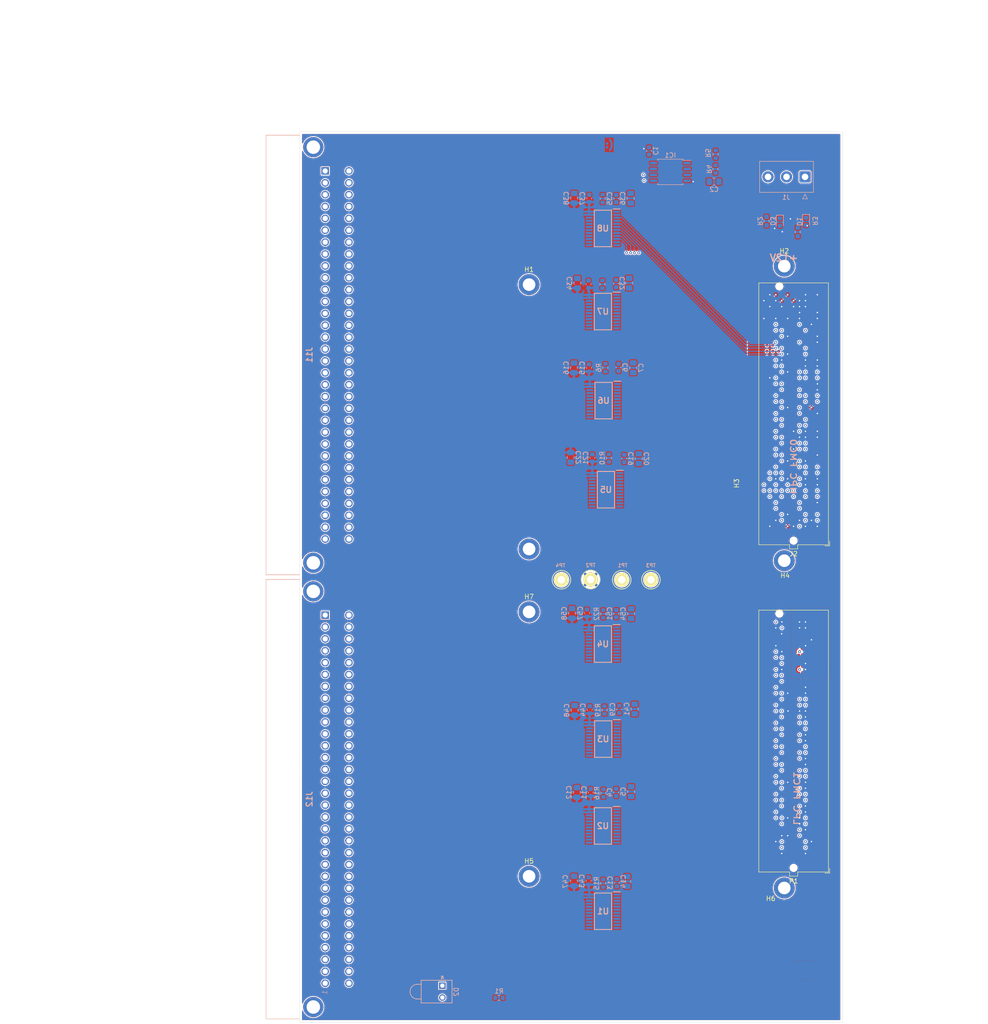
<source format=kicad_pcb>
(kicad_pcb (version 20240108) (generator "pcbnew") (generator_version "8.0")
  (layers (0 "F.Cu" signal) (1 "In1.Cu" signal) (2 "In2.Cu" signal) (31 "B.Cu" signal) (34 "B.Paste" user) (35 "F.Paste" user) (36 "B.SilkS" user "B.Silkscreen") (37 "F.SilkS" user "F.Silkscreen") (38 "B.Mask" user) (39 "F.Mask" user) (44 "Edge.Cuts" user))
  (net 0 "")
  (net 1 "FMC0_LA06.P")
  (net 2 "FMC0_LA06.N")
  (net 3 "FMC0_LA10.P")
  (net 4 "FMC0_LA10.N")
  (net 5 "FMC0_LA14.P")
  (net 6 "FMC0_LA14.N")
  (net 7 "FMC0_LA27.P")
  (net 8 "FMC0_LA27.N")
  (net 9 "Net-(D2-A)")
  (net 10 "FMC0_CLK0_M2C.N")
  (net 11 "FMC0_LA05.P")
  (net 12 "FMC0_LA05.N")
  (net 13 "FMC0_LA09.P")
  (net 14 "FMC0_LA09.N")
  (net 15 "FMC0_LA13.N")
  (net 16 "FMC0_LA17_CC.P")
  (net 17 "FMC0_LA17_CC.N")
  (net 18 "FMC0_LA23.P")
  (net 19 "FMC0_LA23.N")
  (net 20 "FMC0_LA26.P")
  (net 21 "FMC0_LA26.N")
  (net 22 "FMC0_CLK0_M2C.P")
  (net 23 "FMC0_LA03.N")
  (net 24 "FMC0_LA08.P")
  (net 25 "FMC0_LA08.N")
  (net 26 "FMC0_LA12.P")
  (net 27 "FMC0_LA12.N")
  (net 28 "FMC0_LA16.P")
  (net 29 "FMC0_LA16.N")
  (net 30 "FMC0_LA20.P")
  (net 31 "FMC0_LA20.N")
  (net 32 "FMC0_LA22.P")
  (net 33 "FMC0_LA22.N")
  (net 34 "FMC0_LA25.P")
  (net 35 "FMC0_LA25.N")
  (net 36 "FMC0_LA29.P")
  (net 37 "FMC0_LA29.N")
  (net 38 "FMC0_LA31.P")
  (net 39 "FMC0_LA31.N")
  (net 40 "FMC0_LA04.P")
  (net 41 "FMC0_LA04.N")
  (net 42 "FMC0_LA07.P")
  (net 43 "FMC0_LA07.N")
  (net 44 "FMC0_LA11.P")
  (net 45 "FMC0_LA11.N")
  (net 46 "FMC0_LA15.P")
  (net 47 "FMC0_LA15.N")
  (net 48 "FMC0_LA19.P")
  (net 49 "FMC0_LA19.N")
  (net 50 "FMC0_LA21.P")
  (net 51 "FMC0_LA21.N")
  (net 52 "FMC0_LA24.P")
  (net 53 "FMC0_LA24.N")
  (net 54 "FMC0_LA28.P")
  (net 55 "FMC0_LA28.N")
  (net 56 "FMC0_LA30.P")
  (net 57 "FMC0_LA30.N")
  (net 58 "/P1 HPC FMC Connector/FMC0_DP1.P")
  (net 59 "/P1 HPC FMC Connector/FMC0_DP1.N")
  (net 60 "/P1 HPC FMC Connector/FMC0_DP2.P")
  (net 61 "/P1 HPC FMC Connector/FMC0_DP2.N")
  (net 62 "/P1 HPC FMC Connector/FMC0_DP3.P")
  (net 63 "/P1 HPC FMC Connector/FMC0_DP3.N")
  (net 64 "GND")
  (net 68 "Net-(D1-A)")
  (net 78 "/P1 HPC FMC Connector/FMC0_DP0.P")
  (net 79 "/P1 HPC FMC Connector/FMC0_DP0.N")
  (net 80 "FMC1_CLK0_M2C.N")
  (net 82 "FMC0_LA01_CC.P")
  (net 83 "FMC0_LA01_CC.N")
  (net 111 "/P1 HPC FMC Connector/HA00_CC.P")
  (net 112 "/P1 HPC FMC Connector/HA00_CC.N")
  (net 133 "FMC0_LA00_CC.P")
  (net 134 "FMC0_LA00_CC.N")
  (net 135 "FMC0_LA03.P")
  (net 138 "/P1 HPC FMC Connector/VREF_A_M2C")
  (net 139 "FMC1_CLK0_M2C.P")
  (net 140 "FMC0_LA02.P")
  (net 141 "FMC0_LA02.N")
  (net 170 "+3.3VA")
  (net 171 "/P1 HPC FMC Connector/TDI")
  (net 187 "FMC1_CLK1_M2C.N")
  (net 189 "FMC1_CLK1_M2C.P")
  (net 190 "Net-(D3-A)")
  (net 191 "FMC0_CLK1_M2C.N")
  (net 193 "FMC0_CLK1_M2C.P")
  (net 195 "FMC1_GBTCLK0_M2C.N")
  (net 197 "FMC1_GBTCLK0_M2C.P")
  (net 198 "FMC0_GBTCLK0_M2C.N")
  (net 200 "FMC0_GBTCLK0_M2C.P")
  (net 201 "+3V3")
  (net 202 "FMC1_LA06.P")
  (net 203 "FMC1_LA06.N")
  (net 204 "FMC1_LA10.P")
  (net 205 "FMC1_LA10.N")
  (net 206 "FMC1_LA14.P")
  (net 207 "FMC1_LA14.N")
  (net 208 "FMC1_LA27.P")
  (net 209 "FMC1_LA27.N")
  (net 213 "FMC1_LA05.P")
  (net 214 "FMC1_LA05.N")
  (net 215 "FMC1_LA09.P")
  (net 216 "FMC1_LA09.N")
  (net 217 "FMC1_LA13.P")
  (net 218 "FMC1_LA13.N")
  (net 219 "FMC1_LA17_CC.P")
  (net 220 "FMC1_LA17_CC.N")
  (net 221 "FMC1_LA23.P")
  (net 222 "FMC1_LA23.N")
  (net 223 "FMC1_LA26.P")
  (net 224 "FMC1_LA26.N")
  (net 226 "FMC1_LA03.N")
  (net 227 "FMC1_LA08.P")
  (net 228 "FMC1_LA08.N")
  (net 229 "FMC1_LA12.P")
  (net 230 "FMC1_LA12.N")
  (net 231 "FMC1_LA16.P")
  (net 232 "FMC1_LA16.N")
  (net 233 "FMC1_LA20.P")
  (net 234 "FMC1_LA20.N")
  (net 235 "FMC1_LA22.P")
  (net 236 "FMC1_LA22.N")
  (net 237 "FMC1_LA25.P")
  (net 238 "FMC1_LA25.N")
  (net 239 "FMC1_LA29.P")
  (net 240 "FMC1_LA29.N")
  (net 241 "FMC1_LA31.P")
  (net 242 "FMC1_LA31.N")
  (net 243 "FMC1_LA04.P")
  (net 244 "FMC1_LA04.N")
  (net 245 "FMC1_LA07.P")
  (net 246 "FMC1_LA07.N")
  (net 247 "FMC1_LA11.P")
  (net 248 "FMC1_LA11.N")
  (net 249 "FMC1_LA15.P")
  (net 250 "FMC1_LA15.N")
  (net 251 "FMC1_LA19.P")
  (net 252 "FMC1_LA19.N")
  (net 253 "FMC1_LA21.P")
  (net 254 "FMC1_LA21.N")
  (net 255 "FMC1_LA24.P")
  (net 256 "FMC1_LA24.N")
  (net 257 "FMC1_LA28.P")
  (net 258 "FMC1_LA28.N")
  (net 259 "FMC1_LA30.P")
  (net 260 "FMC1_LA30.N")
  (net 261 "FMC0_LA18.N")
  (net 262 "FMC0_LA18.P")
  (net 263 "FMC1_LA00_CC.P")
  (net 264 "FMC1_LA00_CC.N")
  (net 265 "FMC1_LA01_CC.P")
  (net 266 "FMC1_LA01_CC.N")
  (net 267 "FMC1_LA02.P")
  (net 268 "FMC1_LA02.N")
  (net 269 "FMC1_LA03.P")
  (net 270 "FMC1_LA18.N")
  (net 271 "FMC1_LA18.P")
  (net 274 "/P2 LPC FMC Connector/FMC1_DP0.P")
  (net 275 "/P2 LPC FMC Connector/FMC1_DP0.N")
  (net 277 "/P2 LPC FMC Connector/TDI")
  (net 279 "/P2 LPC FMC Connector/VREF_A_M2C")
  (net 285 "+1V8")
  (net 286 "FMC1_PG_C2M")
  (net 287 "-12V")
  (net 288 "FMC0_HA05.P")
  (net 289 "FMC0_HA05.N")
  (net 290 "FMC0_HA04.P")
  (net 291 "FMC0_HA04.N")
  (net 292 "FMC0_HA03.P")
  (net 293 "FMC0_HA03.N")
  (net 294 "FMC0_HA07.P")
  (net 295 "FMC0_HA07.N")
  (net 296 "FMC0_HA02.P")
  (net 297 "FMC0_HA02.N")
  (net 298 "FMC0_HA06.P")
  (net 299 "FMC0_HA06.N")
  (net 301 "FMC0_LA13.P")
  (net 302 "FMC0_GA0")
  (net 303 "FMC0_GA1")
  (net 304 "FMC0_I2C.SDA")
  (net 305 "FMC0_I2C.SCL")
  (net 306 "FMC1_I2C.SCL")
  (net 307 "FMC1_I2C.SDA")
  (net 308 "FMC1_GA0")
  (net 309 "FMC1_GA1")
  (net 310 "/P2 LPC FMC Connector/TMS")
  (net 311 "FMC0_PG_C2M")
  (net 312 "+12P")
  (net 313 "VDD")
  (net 317 "unconnected-(P1A-Pin_35-PadC35)")
  (net 319 "DIO_5")
  (net 320 "DIO_2")
  (net 321 "DIO_6")
  (net 322 "DIO_0")
  (net 323 "DIO_7")
  (net 324 "DIO_1")
  (net 325 "DIO_4")
  (net 326 "DIO_3")
  (net 327 "DIO_9")
  (net 328 "DIO_8")
  (net 329 "DIO_13")
  (net 330 "DIO_15")
  (net 331 "DIO_14")
  (net 332 "DIO_12")
  (net 333 "DIO_10")
  (net 334 "DIO_11")
  (net 335 "DIO_18")
  (net 336 "DIO_17")
  (net 337 "DIO_20")
  (net 338 "DIO_21")
  (net 339 "DIO_23")
  (net 340 "DIO_19")
  (net 341 "DIO_16")
  (net 342 "DIO_22")
  (net 343 "DIO_26")
  (net 344 "DIO_31")
  (net 345 "DIO_29")
  (net 346 "DIO_24")
  (net 347 "DIO_30")
  (net 348 "DIO_25")
  (net 349 "DIO_28")
  (net 350 "DIO_27")
  (net 351 "DIO_32")
  (net 352 "DIO_34")
  (net 353 "DIO_38")
  (net 354 "DIO_39")
  (net 355 "DIO_35")
  (net 356 "DIO_37")
  (net 357 "DIO_36")
  (net 358 "DIO_33")
  (net 359 "DIO_40")
  (net 360 "DIO_47")
  (net 361 "DIO_44")
  (net 362 "DIO_41")
  (net 363 "DIO_45")
  (net 364 "DIO_43")
  (net 365 "DIO_42")
  (net 366 "DIO_46")
  (net 367 "DIO_55")
  (net 368 "DIO_52")
  (net 369 "DIO_49")
  (net 370 "DIO_48")
  (net 371 "DIO_53")
  (net 372 "DIO_54")
  (net 373 "DIO_51")
  (net 374 "DIO_50")
  (net 375 "DIO_59")
  (net 376 "DIO_56")
  (net 377 "DIO_58")
  (net 378 "DIO_60")
  (net 379 "DIO_62")
  (net 380 "DIO_63")
  (net 381 "DIO_61")
  (net 382 "DIO_57")
  (footprint "PB:TP_5011series" (layer "F.Cu") (at 203.447 143.323)
    (property "Reference" "TP4")
    (property "Value" "TestPoint" (hide yes))
  )
  (footprint "MountingHole:MountingHole_2.7mm_M2.5_ISO7380_Pad_TopBottom" (layer "F.Cu") (at 251.1274 76.25)
    (property "Reference" "H2")
    (property "Value" "MountingHole_Pad")
  )
  (footprint "MountingHole:MountingHole_2.7mm_M2.5_ISO7380_Pad_TopBottom" (layer "F.Cu") (at 196.5274 80.2)
    (property "Reference" "H1")
    (property "Value" "MountingHole_Pad")
  )
  (footprint "PB:TP_5011series" (layer "F.Cu") (at 209.697 143.273)
    (property "Reference" "TP2")
    (property "Value" "TestPoint" (hide yes))
  )
  (footprint "Connector_Samtec:Samtec_FMC_ASP-134602-01_10x40_P1.27mm_Vertical" (layer "F.Cu") (at 253.1274 107.77 180)
    (property "Reference" "J2")
    (property "Value" "Samtec_ASP-134602-01")
  )
  (footprint "MountingHole:MountingHole_2.7mm_M2.5_ISO7380_Pad_TopBottom" (layer "F.Cu") (at 196.5274 206.75)
    (property "Reference" "H5")
    (property "Value" "MountingHole_Pad")
  )
  (footprint "MountingHole:MountingHole_2.7mm_M2.5_ISO7380_Pad_TopBottom" (layer "F.Cu") (at 251.1274 139.25)
    (property "Reference" "H4")
    (property "Value" "MountingHole_Pad")
  )
  (footprint "PB:TP_5011series" (layer "F.Cu") (at 222.597 143.323)
    (property "Reference" "TP3")
    (property "Value" "TestPoint" (hide yes))
  )
  (footprint "MountingHole:MountingHole_2.7mm_M2.5_ISO7380_Pad_TopBottom" (layer "F.Cu") (at 196.5274 150.2)
    (property "Reference" "H7")
    (property "Value" "MountingHole_Pad")
  )
  (footprint "MountingHole:MountingHole_2.7mm_M2.5_ISO7380_Pad_TopBottom" (layer "F.Cu") (at 251.1274 209.25)
    (property "Reference" "H6")
    (property "Value" "MountingHole_Pad")
  )
  (footprint "PB:Samtec_FMC_ASP-134606-01_4x40_P1.27mm_Vertical" (layer "F.Cu") (at 253.1274 177.76 180)
    (property "Reference" "P1")
    (property "Value" "Samtec_ASP-134606-01")
  )
  (footprint "MountingHole:MountingHole_2.7mm_M2.5_ISO7380_Pad_TopBottom" (layer "F.Cu") (at 196.5274 136.75)
    (property "Reference" "H3")
    (property "Value" "MountingHole_Pad")
  )
  (footprint "PB:TP_5011series" (layer "F.Cu") (at 216.347 143.323)
    (property "Reference" "TP1")
    (property "Value" "TestPoint" (hide yes))
  )
  (footprint "LevelShifters:SOP65P640X120-24N" (layer "B.Cu") (at 212.975 124.062 180)
    (property "Reference" "U5")
    (property "Value" "SN74LVC8T245QPWRQ1" (hide yes))
  )
  (footprint "Capacitor_SMD:C_0603_1608Metric" (layer "B.Cu") (at 209.247 80.123 -90)
    (property "Reference" "C33" (hide yes))
    (property "Value" "0.1u")
  )
  (footprint "Capacitor_SMD:C_0805_2012Metric_Pad1.18x1.45mm_HandSolder" (layer "B.Cu") (at 206.137 97.998 -90)
    (property "Reference" "C16")
    (property "Value" "1u")
  )
  (footprint "Resistor_SMD:R_0603_1608Metric" (layer "B.Cu") (at 212.672 171.198 -90)
    (property "Reference" "R19")
    (property "Value" "4.7k")
  )
  (footprint "Capacitor_SMD:C_0805_2012Metric_Pad1.18x1.45mm_HandSolder" (layer "B.Cu") (at 218.247 61.7355 -90)
    (property "Reference" "C36")
    (property "Value" "1u")
  )
  (footprint "Resistor_SMD:R_0603_1608Metric" (layer "B.Cu") (at 190.097 232.748 180)
    (property "Reference" "R1")
    (property "Value" "330")
  )
  (footprint "Capacitor_SMD:C_0805_2012Metric_Pad1.18x1.45mm_HandSolder" (layer "B.Cu") (at 218.822 97.9855 90)
    (property "Reference" "C7")
    (property "Value" "1u")
  )
  (footprint "Capacitor_SMD:C_0603_1608Metric" (layer "B.Cu") (at 209.337 98.0105 -90)
    (property "Reference" "C15")
    (property "Value" "0.1u")
  )
  (footprint "Capacitor_SMD:C_0805_2012Metric_Pad1.18x1.45mm_HandSolder" (layer "B.Cu") (at 219.997 117.423 90)
    (property "Reference" "C20")
    (property "Value" "1u")
  )
  (footprint "Capacitor_SMD:C_0805_2012Metric_Pad1.18x1.45mm_HandSolder" (layer "B.Cu") (at 206.272 171.248 -90)
    (property "Reference" "C48")
    (property "Value" "1u")
  )
  (footprint "LevelShifters:SOP65P640X120-24N" (layer "B.Cu") (at 212.325 68.182 180)
    (property "Reference" "U8")
    (property "Value" "SN74LVC8T245QPWRQ1" (hide yes))
  )
  (footprint "Capacitor_SMD:C_0603_1608Metric" (layer "B.Cu") (at 209.397 61.7605 -90)
    (property "Reference" "C37")
    (property "Value" "0.1u")
  )
  (footprint "LevelShifters:SOP65P640X120-24N" (layer "B.Cu") (at 212.325 85.962 180)
    (property "Reference" "U7")
    (property "Value" "SN74LVC8T245QPWRQ1" (hide yes))
  )
  (footprint "PB:LED_WP934CB&slash_GD_KNB" (layer "B.Cu") (at 177.972 230.148 -90)
    (property "Reference" "D2")
    (property "Value" "GRN LED _TH")
  )
  (footprint "Resistor_SMD:R_0603_1608Metric" (layer "B.Cu") (at 212.397 150.623 -90)
    (property "Reference" "R22")
    (property "Value" "4.7k")
  )
  (footprint "Capacitor_SMD:C_0805_2012Metric_Pad1.18x1.45mm_HandSolder" (layer "B.Cu") (at 206.172 61.7105 -90)
    (property "Reference" "C38")
    (property "Value" "1u")
  )
  (footprint "Capacitor_SMD:C_0603_1608Metric" (layer "B.Cu") (at 209.497 171.148 -90)
    (property "Reference" "C44")
    (property "Value" "0.1u")
  )
  (footprint "Capacitor_SMD:C_0805_2012Metric_Pad1.18x1.45mm_HandSolder" (layer "B.Cu") (at 206.147 207.773 -90)
    (property "Reference" "C47")
    (property "Value" "1u")
  )
  (footprint "Connectors_kmh:56509455" (layer "B.Cu") (at 152.908 150.8887 90)
    (property "Reference" "J12")
    (property "Value" "56509455" (hide yes))
  )
  (footprint "Capacitor_SMD:C_0603_1608Metric" (layer "B.Cu") (at 215.172 79.973 -90)
    (property "Reference" "C31" (hide yes))
    (property "Value" "0.1u")
  )
  (footprint "Capacitor_SMD:C_0805_2012Metric_Pad1.18x1.45mm_HandSolder" (layer "B.Cu") (at 219.122 170.973 -90)
    (property "Reference" "C41")
    (property "Value" "1u")
  )
  (footprint "Resistor_SMD:R_0603_1608Metric" (layer "B.Cu") (at 212.272 61.7855 -90)
    (property "Reference" "R14" (hide yes))
    (property "Value" "4.7k")
  )
  (footprint "Resistor_SMD:R_0603_1608Metric" (layer "B.Cu") (at 212.872 97.973 -90)
    (property "Reference" "R6")
    (property "Value" "4.7k")
  )
  (footprint "Capacitor_SMD:C_0805_2012Metric_Pad1.18x1.45mm_HandSolder" (layer "B.Cu") (at 217.522 207.848 -90)
    (property "Reference" "C14")
    (property "Value" "1u")
  )
  (footprint "Capacitor_SMD:C_0805_2012Metric_Pad1.18x1.45mm_HandSolder" (layer "B.Cu") (at 218.347 188.6355 -90)
    (property "Reference" "C5")
    (property "Value" "1u")
  )
  (footprint "LED_SMD:LED_0603_1608Metric" (layer "B.Cu") (at 250.19 66.8275 -90)
    (property "Reference" "D3")
    (property "Value" "GRN LED")
  )
  (footprint "Capacitor_SMD:C_0603_1608Metric" (layer "B.Cu") (at 215.822 171.048 -90)
    (property "Reference" "C39")
    (property "Value" "0.1u")
  )
  (footprint "Capacitor_SMD:C_0603_1608Metric" (layer "B.Cu") (at 215.172 188.8105 -90)
    (property "Reference" "C4")
    (property "Value" "0.1u")
  )
  (footprint "Capacitor_SMD:C_0603_1608Metric" (layer "B.Cu") (at 215.197 61.7855 -90)
    (property "Reference" "C35")
    (property "Value" "0.1u")
  )
  (footprint "Capacitor_SMD:C_0603_1608Metric" (layer "B.Cu") (at 216.897 117.398 90)
    (property "Reference" "C19")
    (property "Value" "0.1u")
  )
  (footprint "Capacitor_SMD:C_0603_1608Metric" (layer "B.Cu") (at 215.672 97.9105 90)
    (property "Reference" "C6")
    (property "Value" "0.1u")
  )
  (footprint "LevelShifters:SOP65P640X120-24N" (layer "B.Cu") (at 212.385 177.402 180)
    (property "Reference" "U3")
    (property "Value" "SN74LVC8T245QPWRQ1" (hide yes))
  )
  (footprint "Capacitor_SMD:C_0805_2012Metric_Pad1.18x1.45mm_HandSolder" (layer "B.Cu") (at 206.872 79.898 -90)
    (property "Reference" "C34")
    (property "Value" "1u")
  )
  (footprint "Resistor_SMD:R_0603_1608Metric" (layer "B.Cu") (at 236.407 55.498 -90)
    (property "Reference" "R4")
    (property "Value" "100K")
  )
  (footprint "Capacitor_SMD:C_0603_1608Metric" (layer "B.Cu") (at 209.272 207.748 -90)
    (property "Reference" "C43")
    (property "Value" "0.1u")
  )
  (footprint "Capacitor_SMD:C_0805_2012Metric_Pad1.18x1.45mm_HandSolder" (layer "B.Cu") (at 217.922 79.873 -90)
    (property "Reference" "C32")
    (property "Value" "1u")
  )
  (footprint "LevelShifters:SOP65P640X120-24N" (layer "B.Cu") (at 212.325 195.978 180)
    (property "Reference" "U2")
    (property "Value" "SN74LVC8T245QPWRQ1" (hide yes))
  )
  (footprint "Resistor_SMD:R_0603_1608Metric" (layer "B.Cu") (at 212.222 80.123 90)
    (property "Reference" "R13" (hide yes))
    (property "Value" "4.7k")
  )
  (footprint "Capacitor_SMD:C_0805_2012Metric_Pad1.18x1.45mm_HandSolder" (layer "B.Cu") (at 205.422 117.148 90)
    (property "Reference" "C22")
    (property "Value" "1u")
  )
  (footprint "Capacitor_SMD:C_0603_1608Metric" (layer "B.Cu") (at 208.922 150.448 -90)
    (property "Reference" "C57")
    (property "Value" "0.1u")
  )
  (footprint "LevelShifters:SOP65P640X120-24N" (layer "B.Cu") (at 212.475 105.012 180)
    (property "Reference" "U6")
    (property "Value" "SN74LVC8T245QPWRQ1" (hide yes))
  )
  (footprint "Capacitor_SMD:C_0603_1608Metric" (layer "B.Cu") (at 209.722 188.8355 -90)
    (property "Reference" "C11")
    (property "Value" "0.1u")
  )
  (footprint "LevelShifters:SOP65P640X120-24N" (layer "B.Cu") (at 212.355 214.232 180)
    (property "Reference" "U1")
    (property "Value" "SN74LVC8T245QPWRQ1" (hide yes))
  )
  (footprint "LED_SMD:LED_0603_1608Metric" (layer "B.Cu") (at 255.78 66.69 -90)
    (property "Reference" "D1")
    (property "Value" "GRN LED")
  )
  (footprint "Resistor_SMD:R_0603_1608Metric" (layer "B.Cu") (at 236.447 52.318 90)
    (property "Reference" "R5")
    (property "Value" "100K")
  )
  (footprint "Capacitor_SMD:C_0805_2012Metric_Pad1.18x1.45mm_HandSolder" (layer "B.Cu") (at 218.347 150.5855 -90)
    (property "Reference" "C54")
    (property "Value" "1u")
  )
  (footprint "Capacitor_SMD:C_0805_2012Metric_Pad1.18x1.45mm_HandSolder" (layer "B.Cu") (at 205.722 150.5105 -90)
    (property "Reference" "C58")
    (property "Value" "1u")
  )
  (footprint "Resistor_SMD:R_0603_1608Metric" (layer "B.Cu") (at 213.622 117.298 -90)
    (property "Reference" "R10")
    (property "Value" "4.7k")
  )
  (footprint "Capacitor_SMD:C_0805_2012Metric_Pad1.18x1.45mm_HandSolder" (layer "B.Cu") (at 206.747 188.8105 -90)
    (property "Reference" "C12")
    (property "Value" "1u")
  )
  (footprint "Package_SO:SOIC-8_5.23x5.23mm_P1.27mm" (layer "B.Cu") (at 226.747 56.093 180)
    (property "Reference" "IC1")
    (property "Value" "24AA025E48-E_SN")
  )
  (footprint "Connector_TE-Connectivity:TE_826576-3_1x03_P3.96mm_Vertical" (layer "B.Cu") (at 255.57 57.15 180)
    (property "Reference" "J1")
    (property "Value" "Conn_01x03_Pin")
  )
  (footprint "Resistor_SMD:R_0603_1608Metric" (layer "B.Cu") (at 212.397 208.248 -90)
    (property "Reference" "R15")
    (property "Value" "4.7k")
  )
  (footprint "Capacitor_SMD:C_0603_1608Metric" (layer "B.Cu") (at 210.072 117.273 -90)
    (property "Reference" "C21")
    (property "Value" "0.1u")
  )
  (footprint "Capacitor_SMD:C_0603_1608Metric" (layer "B.Cu") (at 215.322 208.123 -90)
    (property "Reference" "C13")
    (property "Value" "0.1u")
  )
  (footprint "Capacitor_SMD:C_0805_2012Metric_Pad1.18x1.45mm_HandSolder" (layer "B.Cu") (at 236.104 58.171)
    (property "Reference" "C2")
    (property "Value" "1u")
  )
  (footprint "Connectors_kmh:56509455" (layer "B.Cu") (at 152.908 55.88 90)
    (property "Reference" "J11")
    (property "Value" "56509455" (hide yes))
  )
  (footprint "LevelShifters:SOP65P640X120-24N" (layer "B.Cu") (at 212.325 157.082 180)
    (property "Reference" "U4")
    (property "Value" "SN74LVC8T245QPWRQ1" (hide yes))
  )
  (footprint "Resistor_SMD:R_0603_1608Metric_Pad0.98x0.95mm_HandSolder" (layer "B.Cu") (at 247.34 66.6075 -90)
    (property "Reference" "R2")
    (property "Value" "1k")
  )
  (footprint "Capacitor_SMD:C_0603_1608Metric" (layer "B.Cu") (at 222.207 51.613 -90)
    (property "Reference" "C1")
    (property "Value" "0.1u")
  )
  (footprint "Capacitor_SMD:C_0603_1608Metric" (layer "B.Cu") (at 215.197 150.573 -90)
    (property "Reference" "C51")
    (property "Value" "0.1u")
  )
  (footprint "Resistor_SMD:R_0603_1608Metric" (layer "B.Cu") (at 212.447 188.9605 -90)
    (property "Reference" "R16")
    (property "Value" "4.7k")
  )
  (footprint "Resistor_SMD:R_0603_1608Metric_Pad0.98x0.95mm_HandSolder" (layer "B.Cu") (at 254 68.9375 -90)
    (property "Reference" "R3")
    (property "Value" "1k")
  )
  (gr_line (start 263.5988 238) (end 147.447 237.998) (stroke (width 0.05)) (layer "Edge.Cuts"))
  (gr_line (start 263.5988 238) (end 263.5988 47.5) (stroke (width 0.05)) (layer "Edge.Cuts"))
  (gr_line (start 147.447 237.998) (end 147.47 47.5) (stroke (width 0.05)) (layer "Edge.Cuts"))
  (gr_line (start 263.5988 47.5) (end 147.47 47.5) (stroke (width 0.05)) (layer "Edge.Cuts"))
  (gr_text ":)               " (at 212.61 51.0975 0) (layer "B.Cu") (effects (font (size 1.5 1.5) (thickness 0.375) (bold yes)) (justify left bottom)))
  (gr_text "1" (at 153.397 231.048 90) (layer "B.SilkS") (effects (font (size 1 1) (thickness 0.1)) (justify left bottom mirror)))
  (gr_text "LPC FMC1" (at 253.019875 195.955381 270) (layer "B.SilkS") (effects (font (size 1.27 1.524) (thickness 0.254) (bold yes)) (justify left bottom mirror)))
  (gr_text "\nHPC FMC0" (at 252.294875 125.205381 270) (layer "B.SilkS") (effects (font (size 1.27 1.524) (thickness 0.254) (bold yes)) (justify left bottom mirror)))
  (gr_text "+12V" (at 254.25 75.35 0) (layer "B.SilkS") (effects (font (size 1.5 1.5) (thickness 0.3) (bold yes)) (justify left bottom mirror)))
  (via (at 255.6574 120.46) (size 0.6096) (drill 0.3048) (layers "F.Cu" "B.Cu") (net 1))
  (via (at 255.6574 119.19) (size 0.6096) (drill 0.3048) (layers "F.Cu" "B.Cu") (net 2))
  (via (at 255.6574 115.38) (size 0.6096) (drill 0.3048) (layers "F.Cu" "B.Cu") (net 3))
  (via (at 255.6574 114.11) (size 0.6096) (drill 0.3048) (layers "F.Cu" "B.Cu") (net 4))
  (via (at 255.6574 110.3) (size 0.6096) (drill 0.3048) (layers "F.Cu" "B.Cu") (net 5))
  (via (at 255.6574 109.03) (size 0.6096) (drill 0.3048) (layers "F.Cu" "B.Cu") (net 6))
  (via (at 255.6574 100.14) (size 0.6096) (drill 0.3048) (layers "F.Cu" "B.Cu") (net 7))
  (via (at 255.6574 98.87) (size 0.6096) (drill 0.3048) (layers "F.Cu" "B.Cu") (net 8))
  (via (at 249.3074 126.81) (size 0.6096) (drill 0.3048) (layers "F.Cu" "B.Cu") (net 10))
  (via (at 254.3874 119.19) (size 0.6096) (drill 0.3048) (layers "F.Cu" "B.Cu") (net 11))
  (via (at 254.3874 117.92) (size 0.6096) (drill 0.3048) (layers "F.Cu" "B.Cu") (net 12))
  (via (at 254.3874 115.38) (size 0.6096) (drill 0.3048) (layers "F.Cu" "B.Cu") (net 13))
  (via (at 254.3874 114.11) (size 0.6096) (drill 0.3048) (layers "F.Cu" "B.Cu") (net 14))
  (via (at 254.3874 110.3) (size 0.6096) (drill 0.3048) (layers "F.Cu" "B.Cu") (net 15))
  (via (at 254.3874 107.76) (size 0.6096) (drill 0.3048) (layers "F.Cu" "B.Cu") (net 16))
  (via (at 254.3874 106.49) (size 0.6096) (drill 0.3048) (layers "F.Cu" "B.Cu") (net 17))
  (via (at 254.3874 103.95) (size 0.6096) (drill 0.3048) (layers "F.Cu" "B.Cu") (net 18))
  (via (at 254.3874 102.68) (size 0.6096) (drill 0.3048) (layers "F.Cu" "B.Cu") (net 19))
  (via (at 254.3874 100.14) (size 0.6096) (drill 0.3048) (layers "F.Cu" "B.Cu") (net 20))
  (via (at 254.3874 98.87) (size 0.6096) (drill 0.3048) (layers "F.Cu" "B.Cu") (net 21))
  (via (at 249.3074 128.08) (size 0.6096) (drill 0.3048) (layers "F.Cu" "B.Cu") (net 22))
  (via (at 250.5774 120.46) (size 0.6096) (drill 0.3048) (layers "F.Cu" "B.Cu") (net 23))
  (via (at 250.5774 117.92) (size 0.6096) (drill 0.3048) (layers "F.Cu" "B.Cu") (net 24))
  (via (at 250.5774 116.65) (size 0.6096) (drill 0.3048) (layers "F.Cu" "B.Cu") (net 25))
  (via (at 250.5774 114.11) (size 0.6096) (drill 0.3048) (layers "F.Cu" "B.Cu") (net 26))
  (via (at 250.5774 112.84) (size 0.6096) (drill 0.3048) (layers "F.Cu" "B.Cu") (net 27))
  (via (at 250.5774 110.3) (size 0.6096) (drill 0.3048) (layers "F.Cu" "B.Cu") (net 28))
  (via (at 250.5774 109.03) (size 0.6096) (drill 0.3048) (layers "F.Cu" "B.Cu") (net 29))
  (via (at 250.5774 106.49) (size 0.6096) (drill 0.3048) (layers "F.Cu" "B.Cu") (net 30))
  (via (at 250.5774 105.22) (size 0.6096) (drill 0.3048) (layers "F.Cu" "B.Cu") (net 31))
  (via (at 250.5774 102.68) (size 0.6096) (drill 0.3048) (layers "F.Cu" "B.Cu") (net 32))
  (via (at 250.5774 101.41) (size 0.6096) (drill 0.3048) (layers "F.Cu" "B.Cu") (net 33))
  (via (at 250.5774 98.87) (size 0.6096) (drill 0.3048) (layers "F.Cu" "B.Cu") (net 34))
  (via (at 250.5774 97.6) (size 0.6096) (drill 0.3048) (layers "F.Cu" "B.Cu") (net 35))
  (via (at 250.5774 95.06) (size 0.6096) (drill 0.3048) (layers "F.Cu" "B.Cu") (net 36))
  (segment (start 250.5654 95.048) (end 250.5774 95.06) (width 0.2) (layer "B.Cu") (net 36))
  (segment (start 215.263 67.857) (end 216.2005 67.857) (width 0.2) (layer "B.Cu") (net 36))
  (segment (start 216.2005 67.857) (end 243.3915 95.048) (width 0.2) (layer "B.Cu") (net 36))
  (segment (start 243.3915 95.048) (end 250.5654 95.048) (width 0.2) (layer "B.Cu") (net 36))
  (via (at 250.5774 93.79) (size 0.6096) (drill 0.3048) (layers "F.Cu" "B.Cu") (net 37))
  (segment (start 215.263 67.207) (end 216.2005 67.207) (width 0.2) (layer "B.Cu") (net 37))
  (segment (start 249.9122 94.4552) (end 250.5774 93.79) (width 0.2) (layer "B.Cu") (net 37))
  (segment (start 216.2005 67.207) (end 243.4487 94.4552) (width 0.2) (layer "B.Cu") (net 37))
  (segment (start 243.4487 94.4552) (end 249.9122 94.4552) (width 0.2) (layer "B.Cu") (net 37))
  (segment (start 217.396997 73.373) (end 217.272 73.497997) (width 0.2) (layer "F.Cu") (net 38))
  (via (at 250.5774 91.25) (size 0.6096) (drill 0.3048) (layers "F.Cu" "B.Cu") (net 38))
  (via (at 217.396997 73.373) (size 0.6) (drill 0.3) (layers "F.Cu" "B.Cu") (net 38))
  (segment (start 217.396997 73.373) (end 217.396997 71.678497) (width 0.2) (layer "B.Cu") (net 38))
  (segment (start 216.1755 70.457) (end 215.263 70.457) (width 0.2) (layer "B.Cu") (net 38))
  (segment (start 217.396997 71.678497) (end 216.1755 70.457) (width 0.2) (layer "B.Cu") (net 38))
  (segment (start 218.246997 73.398) (end 218.245526 73.396529) (width 0.2) (layer "F.Cu") (net 39))
  (segment (start 218.245526 73.396529) (end 218.197 73.396529) (width 0.2) (layer "F.Cu") (net 39))
  (via (at 250.5774 89.98) (size 0.6096) (drill 0.3048) (layers "F.Cu" "B.Cu") (net 39))
  (via (at 218.246997 73.398) (size 0.6) (drill 0.3) (layers "F.Cu" "B.Cu") (net 39))
  (segment (start 218.246997 71.853497) (end 216.2005 69.807) (width 0.2) (layer "B.Cu") (net 39))
  (segment (start 216.2005 69.807) (end 215.263 69.807) (width 0.2) (layer "B.Cu") (net 39))
  (segment (start 218.246997 73.398) (end 218.246997 71.853497) (width 0.2) (layer "B.Cu") (net 39))
  (via (at 249.3074 120.46) (size 0.6096) (drill 0.3048) (layers "F.Cu" "B.Cu") (net 40))
  (via (at 249.3074 119.19) (size 0.6096) (drill 0.3048) (layers "F.Cu" "B.Cu") (net 41))
  (via (at 249.3074 116.65) (size 0.6096) (drill 0.3048) (layers "F.Cu" "B.Cu") (net 42))
  (via (at 249.3074 115.38) (size 0.6096) (drill 0.3048) (layers "F.Cu" "B.Cu") (net 43))
  (via (at 249.3074 112.84) (size 0.6096) (drill 0.3048) (layers "F.Cu" "B.Cu") (net 44))
  (via (at 249.3074 111.57) (size 0.6096) (drill 0.3048) (layers "F.Cu" "B.Cu") (net 45))
  (via (at 249.3074 109.03) (size 0.6096) (drill 0.3048) (layers "F.Cu" "B.Cu") (net 46))
  (via (at 249.3074 107.76) (size 0.6096) (drill 0.3048) (layers "F.Cu" "B.Cu") (net 47))
  (via (at 249.3074 105.22) (size 0.6096) (drill 0.3048) (layers "F.Cu" "B.Cu") (net 48))
  (via (at 249.3074 103.95) (size 0.6096) (drill 0.3048) (layers "F.Cu" "B.Cu") (net 49))
  (via (at 249.3074 101.41) (size 0.6096) (drill 0.3048) (layers "F.Cu" "B.Cu") (net 50))
  (via (at 249.3074 100.14) (size 0.6096) (drill 0.3048) (layers "F.Cu" "B.Cu") (net 51))
  (via (at 249.3074 97.6) (size 0.6096) (drill 0.3048) (layers "F.Cu" "B.Cu") (net 52))
  (via (at 249.3074 96.33) (size 0.6096) (drill 0.3048) (layers "F.Cu" "B.Cu") (net 53))
  (via (at 249.3074 93.79) (size 0.6096) (drill 0.3048) (layers "F.Cu" "B.Cu") (net 54))
  (segment (start 215.263 66.557) (end 216.306 66.557) (width 0.2) (layer "B.Cu") (net 54))
  (segment (start 243.539 93.79) (end 249.3074 93.79) (width 0.2) (layer "B.Cu") (net 54))
  (segment (start 216.306 66.557) (end 243.539 93.79) (width 0.2) (layer "B.Cu") (net 54))
  (via (at 249.3074 92.52) (size 0.6096) (drill 0.3048) (layers "F.Cu" "B.Cu") (net 55))
  (segment (start 243.747 93.248) (end 248.5794 93.248) (width 0.2) (layer "B.Cu") (net 55))
  (segment (start 248.5794 93.248) (end 249.3074 92.52) (width 0.2) (layer "B.Cu") (net 55))
  (segment (start 215.263 65.907) (end 216.406 65.907) (width 0.2) (layer "B.Cu") (net 55))
  (segment (start 216.406 65.907) (end 243.747 93.248) (width 0.2) (layer "B.Cu") (net 55))
  (segment (start 219.047 73.398) (end 219.098471 73.398) (width 0.2) (layer "F.Cu") (net 56))
  (via (at 219.047 73.398) (size 0.6) (drill 0.3) (layers "F.Cu" "B.Cu") (net 56))
  (via (at 249.3074 89.98) (size 0.6096) (drill 0.3048) (layers "F.Cu" "B.Cu") (net 56))
  (segment (start 219.047 73.398) (end 219.047 72.0035) (width 0.2) (layer "B.Cu") (net 56))
  (segment (start 219.047 72.0035) (end 216.2005 69.157) (width 0.2) (layer "B.Cu") (net 56))
  (segment (start 216.2005 69.157) (end 215.263 69.157) (width 0.2) (layer "B.Cu") (net 56))
  (segment (start 219.047 73.398) (end 219.047 73.423) (width 0.2) (layer "B.Cu") (net 56))
  (segment (start 249.3024 88.705) (end 249.3074 88.7) (width 0.2) (layer "F.Cu") (net 57))
  (segment (start 219.997 73.398) (end 219.997 73.448) (width 0.2) (layer "F.Cu") (net 57))
  (via (at 249.3074 88.7) (size 0.6096) (drill 0.3048) (layers "F.Cu" "B.Cu") (net 57))
  (via (at 219.997 73.398) (size 0.6) (drill 0.3) (layers "F.Cu" "B.Cu") (net 57))
  (segment (start 219.997 73.398) (end 219.997 73.523) (width 0.2) (layer "B.Cu") (net 57))
  (segment (start 219.997 73.523) (end 220.022 73.548) (width 0.2) (layer "B.Cu") (net 57))
  (segment (start 216.2005 68.507) (end 215.263 68.507) (width 0.2) (layer "B.Cu") (net 57))
  (segment (start 219.997 72.3035) (end 216.2005 68.507) (width 0.2) (layer "B.Cu") (net 57))
  (segment (start 219.997 73.398) (end 219.997 72.3035) (width 0.2) (layer "B.Cu") (net 57))
  (via (at 258.1974 105.22) (size 0.6096) (drill 0.3048) (layers "F.Cu" "B.Cu") (net 58))
  (via (at 258.1974 130.62) (size 0.6096) (drill 0.3048) (layers "F.Cu" "B.Cu") (net 58))
  (via (at 258.1974 129.35) (size 0.6096) (drill 0.3048) (layers "F.Cu" "B.Cu") (net 59))
  (via (at 258.1974 103.95) (size 0.6096) (drill 0.3048) (layers "F.Cu" "B.Cu") (net 59))
  (via (at 258.1974 100.14) (size 0.6096) (drill 0.3048) (layers "F.Cu" "B.Cu") (net 60))
  (via (at 258.1974 125.54) (size 0.6096) (drill 0.3048) (layers "F.Cu" "B.Cu") (net 60))
  (via (at 258.1974 98.87) (size 0.6096) (drill 0.3048) (layers "F.Cu" "B.Cu") (net 61))
  (via (at 258.1974 124.27) (size 0.6096) (drill 0.3048) (layers "F.Cu" "B.Cu") (net 61))
  (via (at 258.1974 120.46) (size 0.6096) (drill 0.3048) (layers "F.Cu" "B.Cu") (net 62))
  (via (at 258.1974 119.19) (size 0.6096) (drill 0.3048) (layers "F.Cu" "B.Cu") (net 63))
  (via (at 255.6574 125.54) (size 0.6096) (drill 0.3048) (layers "F.Cu" "B.Cu") (net 78))
  (via (at 255.6574 130.62) (size 0.6096) (drill 0.3048) (layers "F.Cu" "B.Cu") (net 78))
  (via (at 255.6574 129.35) (size 0.6096) (drill 0.3048) (layers "F.Cu" "B.Cu") (net 79))
  (via (at 255.6574 124.27) (size 0.6096) (drill 0.3048) (layers "F.Cu" "B.Cu") (net 79))
  (via (at 254.3874 123) (size 0.6096) (drill 0.3048) (layers "F.Cu" "B.Cu") (net 82))
  (via (at 254.3874 121.73) (size 0.6096) (drill 0.3048) (layers "F.Cu" "B.Cu") (net 83))
  (via (at 250.5774 125.54) (size 0.6096) (drill 0.3048) (layers "F.Cu" "B.Cu") (net 133))
  (via (at 250.5774 124.27) (size 0.6096) (drill 0.3048) (layers "F.Cu" "B.Cu") (net 134))
  (via (at 250.5774 121.73) (size 0.6096) (drill 0.3048) (layers "F.Cu" "B.Cu") (net 135))
  (via (at 249.3074 124.27) (size 0.6096) (drill 0.3048) (layers "F.Cu" "B.Cu") (net 140))
  (via (at 249.3074 123) (size 0.6096) (drill 0.3048) (layers "F.Cu" "B.Cu") (net 141))
  (via (at 254.3874 92.52) (size 0.6096) (drill 0.3048) (layers "F.Cu" "B.Cu") (net 170))
  (via (at 254.3924 162.51) (size 0.6096) (drill 0.3048) (layers "F.Cu" "B.Cu") (net 170))
  (via (at 250.6124 199.325) (size 0.6096) (drill 0.3048) (layers "F.Cu" "B.Cu") (net 187))
  (via (at 250.5874 200.605) (size 0.6096) (drill 0.3048) (layers "F.Cu" "B.Cu") (net 189))
  (via (at 250.5774 129.35) (size 0.6096) (drill 0.3048) (layers "F.Cu" "B.Cu") (net 191))
  (via (at 250.5774 130.62) (size 0.6096) (drill 0.3048) (layers "F.Cu" "B.Cu") (net 193))
  (via (at 254.3924 196.795) (size 0.6096) (drill 0.3048) (layers "F.Cu" "B.Cu") (net 195))
  (via (at 254.3774 198.05) (size 0.6096) (drill 0.3048) (layers "F.Cu" "B.Cu") (net 197))
  (via (at 254.3874 126.81) (size 0.6096) (drill 0.3048) (layers "F.Cu" "B.Cu") (net 198))
  (via (at 254.3874 128.08) (size 0.6096) (drill 0.3048) (layers "F.Cu" "B.Cu") (net 200))
  (via (at 258.1974 112.84) (size 0.6096) (drill 0.3048) (layers "F.Cu" "B.Cu") (net 201))
  (via (at 248.0374 84.9) (size 0.6096) (drill 0.3048) (layers "F.Cu" "B.Cu") (net 201))
  (via (at 258.1974 87.44) (size 0.6096) (drill 0.3048) (layers "F.Cu" "B.Cu") (net 201))
  (via (at 254.3874 112.84) (size 0.6096) (drill 0.3048) (layers "F.Cu" "B.Cu") (net 201))
  (via (at 231.657 58.163) (size 0.6096) (drill 0.3048) (layers "F.Cu" "B.Cu") (net 201))
  (via (at 251.8674 186.64) (size 0.6096) (drill 0.3048) (layers "F.Cu" "B.Cu") (net 201))
  (via (at 248.0374 131.89) (size 0.6096) (drill 0.3048) (layers "F.Cu" "B.Cu") (net 201))
  (via (at 249.3074 83.63) (size 0.6096) (drill 0.3048) (layers "F.Cu" "B.Cu") (net 201))
  (via (at 250.5874 201.875) (size 0.6096) (drill 0.3048) (layers "F.Cu" "B.Cu") (net 201))
  (via (at 258.1974 97.6) (size 0.6096) (drill 0.3048) (layers "F.Cu" "B.Cu") (net 201))
  (via (at 255.6574 131.89) (size 0.6096) (drill 0.3048) (layers "F.Cu" "B.Cu") (net 201))
  (via (at 255.6624 152.35) (size 0.6096) (drill 0.3048) (layers "F.Cu" "B.Cu") (net 201))
  (via (at 250.5774 96.33) (size 0.6096) (drill 0.3048) (layers "F.Cu" "B.Cu") (net 201))
  (via (at 254.3874 84.9) (size 0.6096) (drill 0.3048) (layers "F.Cu" "B.Cu") (net 201))
  (via (at 249.3274 157.43) (size 0.6096) (drill 0.3048) (layers "F.Cu" "B.Cu") (net 201))
  (via (at 251.8474 87.44) (size 0.6096) (drill 0.3048) (layers "F.Cu" "B.Cu") (net 201))
  (via (at 254.3924 194.26) (size 0.6096) (drill 0.3048) (layers "F.Cu" "B.Cu") (net 201))
  (via (at 255.6774 82.36) (size 0.6096) (drill 0.3048) (layers "F.Cu" "B.Cu") (net 201))
  (via (at 255.6524 97.6) (size 0.6096) (drill 0.3048) (layers "F.Cu" "B.Cu") (net 201))
  (via (at 255.6624 196.785) (size 0.6096) (drill 0.3048) (layers "F.Cu" "B.Cu") (net 201))
  (via (at 255.6624 176.48) (size 0.6096) (drill 0.3048) (layers "F.Cu" "B.Cu") (net 201))
  (via (at 258.1974 107.76) (size 0.6096) (drill 0.3048) (layers "F.Cu" "B.Cu") (net 201))
  (via (at 254.3874 83.64) (size 0.6096) (drill 0.3048) (layers "F.Cu" "B.Cu") (net 201))
  (via (at 253.1174 84.9) (size 0.6096) (drill 0.3048) (layers "F.Cu" "B.Cu") (net 201))
  (via (at 254.3874 87.44) (size 0.6096) (drill 0.3048) (layers "F.Cu" "B.Cu") (net 201))
  (via (at 250.5874 198.065) (size 0.6096) (drill 0.3048) (layers "F.Cu" "B.Cu") (net 201))
  (via (at 258.1974 121.73) (size 0.6096) (drill 0.3048) (layers "F.Cu" "B.Cu") (net 201))
  (via (at 255.6624 201.875) (size 0.6096) (drill 0.3048) (layers "F.Cu" "B.Cu") (net 201))
  (via (at 258.1974 126.81) (size 0.6096) (drill 0.3048) (layers "F.Cu" "B.Cu") (net 201))
  (via (at 256.9474 199.325) (size 0.6096) (drill 0.3048) (layers "F.Cu" "B.Cu") (net 201))
  (via (at 246.7674 87.44) (size 0.6096) (drill 0.3048) (layers "F.Cu" "B.Cu") (net 201))
  (via (at 255.6774 166.32) (size 0.6096) (drill 0.3048) (layers "F.Cu" "B.Cu") (net 201))
  (via (at 254.3924 153.62) (size 0.6096) (drill 0.3048) (layers "F.Cu" "B.Cu") (net 201))
  (via (at 258.1974 91.25) (size 0.6096) (drill 0.3048) (layers "F.Cu" "B.Cu") (net 201))
  (via (at 251.8474 98.87) (size 0.6096) (drill 0.3048) (layers "F.Cu" "B.Cu") (net 201))
  (via (at 250.6274 152.35) (size 0.6096) (drill 0.3048) (layers "F.Cu" "B.Cu") (net 201))
  (via (at 255.6624 171.4) (size 0.6096) (drill 0.3048) (layers "F.Cu" "B.Cu") (net 201))
  (via (at 253.1174 111.57) (size 0.6096) (drill 0.3048) (layers "F.Cu" "B.Cu") (net 201))
  (via (at 255.6574 123) (size 0.6096) (drill 0.3048) (layers "F.Cu" "B.Cu") (net 201))
  (via (at 258.2024 102.7) (size 0.6096) (drill 0.3048) (layers "F.Cu" "B.Cu") (net 201))
  (via (at 258.1974 111.57) (size 0.6096) (drill 0.3048) (layers "F.Cu" "B.Cu") (net 201))
  (via (at 255.6774 167.58) (size 0.6096) (drill 0.3048) (layers "F.Cu" "B.Cu") (net 201))
  (via (at 258.1974 123) (size 0.6096) (drill 0.3048) (layers "F.Cu" "B.Cu") (net 201))
  (via (at 255.6524 96.33) (size 0.6096) (drill 0.3048) (layers "F.Cu" "B.Cu") (net 201))
  (via (at 255.6774 162.51) (size 0.6096) (drill 0.3048) (layers "F.Cu" "B.Cu") (net 201))
  (via (at 251.8474 91.25) (size 0.6096) (drill 0.3048) (layers "F.Cu" "B.Cu") (net 201))
  (via (at 251.8674 194.26) (size 0.6096) (drill 0.3048) (layers "F.Cu" "B.Cu") (net 201))
  (via (at 248.0374 82.36) (size 0.6096) (drill 0.3048) (layers "F.Cu" "B.Cu") (net 201))
  (via (at 258.1974 82.36) (size 0.6096) (drill 0.3048) (layers "F.Cu" "B.Cu") (net 201))
  (via (at 258.1974 131.89) (size 0.6096) (drill 0.3048) (layers "F.Cu" "B.Cu") (net 201))
  (via (at 251.8474 117.92) (size 0.6096) (drill 0.3048) (layers "F.Cu" "B.Cu") (net 201))
  (via (at 255.6774 186.64) (size 0.6096) (drill 0.3048) (layers "F.Cu" "B.Cu") (net 201))
  (via (at 256.9274 88.7) (size 0.6096) (drill 0.3048) (layers "F.Cu" "B.Cu") (net 201))
  (via (at 258.1974 96.33) (size 0.6096) (drill 0.3048) (layers "F.Cu" "B.Cu") (net 201))
  (via (at 249.3074 121.73) (size 0.6096) (drill 0.3048) (layers "F.Cu" "B.Cu") (net 201))
  (via (at 251.8474 106.49) (size 0.6096) (drill 0.3048) (layers "F.Cu" "B.Cu") (net 201))
  (via (at 255.6574 84.9) (size 0.6096) (drill 0.3048) (layers "F.Cu" "B.Cu") (net 201))
  (via (at 255.6624 172.67) (size 0.6096) (drill 0.3048) (layers "F.Cu" "B.Cu") (net 201))
  (via (at 250.5974 158.7) (size 0.6096) (drill 0.3048) (layers "F.Cu" "B.Cu") (net 201))
  (via (at 251.9374 171.4) (size 0.6096) (drill 0.3048) (layers "F.Cu" "B.Cu") (net 201))
  (via (at 255.6574 121.73) (size 0.6096) (drill 0.3048) (layers "F.Cu" "B.Cu") (net 201))
  (via (at 253.1174 115.38) (size 0.6096) (drill 0.3048) (layers "F.Cu" "B.Cu") (net 201))
  (via (at 258.2274 101.425) (size 0.6096) (drill 0.3048) (layers "F.Cu" "B.Cu") (net 201))
  (via (at 254.3924 195.53) (size 0.6096) (drill 0.3048) (layers "F.Cu" "B.Cu") (net 201))
  (via (at 251.8474 95.06) (size 0.6096) (drill 0.3048) (layers "F.Cu" "B.Cu") (net 201))
  (via (at 254.3924 171.4) (size 0.6096) (drill 0.3048) (layers "F.Cu" "B.Cu") (net 201))
  (via (at 251.8474 121.73) (size 0.6096) (drill 0.3048) (layers "F.Cu" "B.Cu") (net 201))
  (via (at 255.6574 117.92) (size 0.6096) (drill 0.3048) (layers "F.Cu" "B.Cu") (net 201))
  (via (at 255.6574 83.63) (size 0.6096) (drill 0.3048) (layers "F.Cu" "B.Cu") (net 201))
  (via (at 250.71 68.88) (size 0.6096) (drill 0.3048) (layers "F.Cu" "B.Cu") (net 201))
  (via (at 258.1974 86.175) (size 0.6096) (drill 0.3048) (layers "F.Cu" "B.Cu") (net 201))
  (via (at 251.8474 129.35) (size 0.6096) (drill 0.3048) (layers "F.Cu" "B.Cu") (net 201))
  (via (at 255.6624 181.56) (size 0.6096) (drill 0.3048) (layers "F.Cu" "B.Cu") (net 201))
  (via (at 251.8674 167.59) (size 0.6096) (drill 0.3048) (layers "F.Cu" "B.Cu") (net 201))
  (via (at 254.4024 86.175) (size 0.6096) (drill 0.3048) (layers "F.Cu" "B.Cu") (net 201))
  (via (at 249.3124 199.325) (size 0.6096) (drill 0.3048) (layers "F.Cu" "B.Cu") (net 201))
  (via (at 255.6574 112.84) (size 0.6096) (drill 0.3048) (layers "F.Cu" "B.Cu") (net 201))
  (via (at 255.6624 177.75) (size 0.6096) (drill 0.3048) (layers "F.Cu" "B.Cu") (net 201))
  (via (at 255.6624 187.91) (size 0.6096) (drill 0.3048) (layers "F.Cu" "B.Cu") (net 201))
  (via (at 249.062875 68.183381) (size 0.6096) (drill 0.3048) (layers "F.Cu" "B.Cu") (net 201))
  (via (at 250.5674 154.89) (size 0.6096) (drill 0.3048) (layers "F.Cu" "B.Cu") (net 201))
  (via (at 249.3074 130.62) (size 0.6096) (drill 0.3048) (layers "F.Cu" "B.Cu") (net 201))
  (via (at 248.0374 100.14) (size 0.6096) (drill 0.3048) (layers "F.Cu" "B.Cu") (net 201))
  (via (at 249.3074 87.44) (size 0.6096) (drill 0.3048) (layers "F.Cu" "B.Cu") (net 201))
  (via (at 249.3124 153.62) (size 0.6096) (drill 0.3048) (layers "F.Cu" "B.Cu") (net 201))
  (via (at 256.04 67.61) (size 0.6096) (drill 0.3048) (layers "F.Cu" "B.Cu") (net 201))
  (via (at 255.6624 182.83) (size 0.6096) (drill 0.3048) (layers "F.Cu" "B.Cu") (net 201))
  (via (at 255.6624 191.72) (size 0.6096) (drill 0.3048) (layers "F.Cu" "B.Cu") (net 201))
  (via (at 221.082 51.123) (size 0.6096) (drill 0.3048) (layers "F.Cu" "B.Cu") (net 201))
  (via (at 252.44 66.13) (size 0.6096) (drill 0.3048) (layers "F.Cu" "B.Cu") (net 201))
  (via (at 251.8674 198.07) (size 0.6096) (drill 0.3048) (layers "F.Cu" "B.Cu") (net 201))
  (via (at 254.3874 130.62) (size 0.6096) (drill 0.3048) (layers "F.Cu" "B.Cu") (net 201))
  (via (at 250.5774 84.9) (size 0.6096) (drill 0.3048) (layers "F.Cu" "B.Cu") (net 201))
  (via (at 255.6774 157.43) (size 0.6096) (drill 0.3048) (layers "F.Cu" "B.Cu") (net 201))
  (via (at 255.6774 161.24) (size 0.6096) (drill 0.3048) (layers "F.Cu" "B.Cu") (net 201))
  (via (at 255.6624 153.62) (size 0.6096) (drill 0.3048) (layers "F.Cu" "B.Cu") (net 201))
  (via (at 258.1974 116.65) (size 0.6096) (drill 0.3048) (layers "F.Cu" "B.Cu") (net 201))
  (via (at 253.1174 131.89) (size 0.6096) (drill 0.3048) (layers "F.Cu" "B.Cu") (net 201))
  (via (at 250.5974 162.51) (size 0.6096) (drill 0.3048) (layers "F.Cu" "B.Cu") (net 201))
  (via (at 255.6624 192.99) (size 0.6096) (drill 0.3048) (layers "F.Cu" "B.Cu") (net 201))
  (via (at 256.9474 156.16) (size 0.6096) (drill 0.3048) (layers "F.Cu" "B.Cu") (net 201))
  (via (at 256.9324 130.62) (size 0.6096) (drill 0.3048) (layers "F.Cu" "B.Cu") (net 201))
  (via (at 246.7674 83.63) (size 0.6096) (drill 0.3048) (layers "F.Cu" "B.Cu") (net 201))
  (via (at 258.1974 92.52) (size 0.6096) (drill 0.3048) (layers "F.Cu" "B.Cu") (net 201))
  (via (at 255.6574 111.57) (size 0.6096) (drill 0.3048) (layers "F.Cu" "B.Cu") (net 201))
  (via (at 254.3924 152.35) (size 0.6096) (drill 0.3048) (layers "F.Cu" "B.Cu") (net 201))
  (via (at 255.6624 190.45) (size 0.6096) (drill 0.3048) (layers "F.Cu" "B.Cu") (net 202))
  (via (at 255.6624 189.18) (size 0.6096) (drill 0.3048) (layers "F.Cu" "B.Cu") (net 203))
  (via (at 255.6624 185.37) (size 0.6096) (drill 0.3048) (layers "F.Cu" "B.Cu") (net 204))
  (via (at 255.6624 184.1) (size 0.6096) (drill 0.3048) (layers "F.Cu" "B.Cu") (net 205))
  (via (at 255.6624 180.29) (size 0.6096) (drill 0.3048) (layers "F.Cu" "B.Cu") (net 206))
  (via (at 255.6624 179.02) (size 0.6096) (drill 0.3048) (layers "F.Cu" "B.Cu") (net 207))
  (via (at 255.6574 170.155) (size 0.6096) (drill 0.3048) (layers "F.Cu" "B.Cu") (net 208))
  (via (at 255.6624 168.86) (size 0.6096) (drill 0.3048) (layers "F.Cu" "B.Cu") (net 209))
  (via (at 254.3924 189.18) (size 0.6096) (drill 0.3048) (layers "F.Cu" "B.Cu") (net 213))
  (via (at 254.3924 187.91) (size 0.6096) (drill 0.3048) (layers "F.Cu" "B.Cu") (net 214))
  (via (at 254.3824 185.38) (size 0.6096) (drill 0.3048) (layers "F.Cu" "B.Cu") (net 215))
  (via (at 254.3924 184.1) (size 0.6096) (drill 0.3048) (layers "F.Cu" "B.Cu") (net 216))
  (via (at 254.3924 181.56) (size 0.6096) (drill 0.3048) (layers "F.Cu" "B.Cu") (net 217))
  (via (at 254.3924 180.29) (size 0.6096) (drill 0.3048) (layers "F.Cu" "B.Cu") (net 218))
  (via (at 254.3924 177.75) (size 0.6096) (drill 0.3048) (layers "F.Cu" "B.Cu") (net 219))
  (via (at 254.3924 176.48) (size 0.6096) (drill 0.3048) (layers "F.Cu" "B.Cu") (net 220))
  (via (at 254.3924 173.94) (size 0.6096) (drill 0.3048) (layers "F.Cu" "B.Cu") (net 221))
  (via (at 254.3924 172.67) (size 0.6096) (drill 0.3048) (layers "F.Cu" "B.Cu") (net 222))
  (via (at 254.3924 170.13) (size 0.6096) (drill 0.3048) (layers "F.Cu" "B.Cu") (net 223))
  (via (at 254.3924 168.86) (size 0.6096) (drill 0.3048) (layers "F.Cu" "B.Cu") (net 224))
  (via (at 250.5874 190.45) (size 0.6096) (drill 0.3048) (layers "F.Cu" "B.Cu") (net 226))
  (via (at 250.5624 187.91) (size 0.6096) (drill 0.3048) (layers "F.Cu" "B.Cu") (net 227))
  (via (at 250.5874 186.64) (size 0.6096) (drill 0.3048) (layers "F.Cu" "B.Cu") (net 228))
  (via (at 250.5878 184.1) (size 0.6096) (drill 0.3048) (layers "F.Cu" "B.Cu") (net 229))
  (via (at 250.5624 182.83) (size 0.6096) (drill 0.3048) (layers "F.Cu" "B.Cu") (net 230))
  (via (at 250.5878 180.29) (size 0.6096) (drill 0.3048) (layers "F.Cu" "B.Cu") (net 231))
  (via (at 250.5878 179.02) (size 0.6096) (drill 0.3048) (layers "F.Cu" "B.Cu") (net 232))
  (via (at 250.5878 176.48) (size 0.6096) (drill 0.3048) (layers "F.Cu" "B.Cu") (net 233))
  (via (at 250.5878 175.21) (size 0.6096) (drill 0.3048) (layers "F.Cu" "B.Cu") (net 234))
  (via (at 250.567 172.67) (size 0.6096) (drill 0.3048) (layers "F.Cu" "B.Cu") (net 235))
  (via (at 250.5624 171.4) (size 0.6096) (drill 0.3048) (layers "F.Cu" "B.Cu") (net 236))
  (via (at 250.5924 168.86) (size 0.6096) (drill 0.3048) (layers "F.Cu" "B.Cu") (net 237))
  (via (at 250.567 167.59) (size 0.6096) (drill 0.3048) (layers "F.Cu" "B.Cu") (net 238))
  (via (at 250.5924 165.05) (size 0.6096) (drill 0.3048) (layers "F.Cu" "B.Cu") (net 239))
  (via (at 250.5674 163.76) (size 0.6096) (drill 0.3048) (layers "F.Cu" "B.Cu") (net 240))
  (via (at 250.5924 161.24) (size 0.6096) (drill 0.3048) (layers "F.Cu" "B.Cu") (net 241))
  (via (at 250.5924 159.97) (size 0.6096) (drill 0.3048) (layers "F.Cu" "B.Cu") (net 242))
  (via (at 249.3124 190.45) (size 0.6096) (drill 0.3048) (layers "F.Cu" "B.Cu") (net 243))
  (via (at 249.3124 189.18) (size 0.6096) (drill 0.3048) (layers "F.Cu" "B.Cu") (net 244))
  (via (at 249.3124 186.64) (size 0.6096) (drill 0.3048) (layers "F.Cu" "B.Cu") (net 245))
  (via (at 249.3124 185.37) (size 0.6096) (drill 0.3048) (layers "F.Cu" "B.Cu") (net 246))
  (via (at 249.3124 182.83) (size 0.6096) (drill 0.3048) (layers "F.Cu" "B.Cu") (net 247))
  (via (at 249.3124 181.56) (size 0.6096) (drill 0.3048) (layers "F.Cu" "B.Cu") (net 248))
  (via (at 249.3124 179.02) (size 0.6096) (drill 0.3048) (layers "F.Cu" "B.Cu") (net 249))
  (via (at 249.3124 177.75) (size 0.6096) (drill 0.3048) (layers "F.Cu" "B.Cu") (net 250))
  (via (at 249.3124 175.21) (size 0.6096) (drill 0.3048) (layers "F.Cu" "B.Cu") (net 251))
  (via (at 249.3124 173.94) (size 0.6096) (drill 0.3048) (layers "F.Cu" "B.Cu") (net 252))
  (via (at 249.3124 171.4) (size 0.6096) (drill 0.3048) (layers "F.Cu" "B.Cu") (net 253))
  (via (at 249.3124 170.13) (size 0.6096) (drill 0.3048) (layers "F.Cu" "B.Cu") (net 254))
  (via (at 249.3124 167.59) (size 0.6096) (drill 0.3048) (layers "F.Cu" "B.Cu") (net 255))
  (via (at 249.3124 166.32) (size 0.6096) (drill 0.3048) (layers "F.Cu" "B.Cu") (net 256))
  (via (at 249.3124 163.78) (size 0.6096) (drill 0.3048) (layers "F.Cu" "B.Cu") (net 257))
  (via (at 249.3124 162.51) (size 0.6096) (drill 0.3048) (layers "F.Cu" "B.Cu") (net 258))
  (via (at 249.3124 159.97) (size 0.6096) (drill 0.3048) (layers "F.Cu" "B.Cu") (net 259))
  (via (at 249.3124 158.7) (size 0.6096) (drill 0.3048) (layers "F.Cu" "B.Cu") (net 260))
  (via (at 255.6574 103.95) (size 0.6096) (drill 0.3048) (layers "F.Cu" "B.Cu") (net 261))
  (via (at 255.6574 105.22) (size 0.6096) (drill 0.3048) (layers "F.Cu" "B.Cu") (net 262))
  (via (at 250.5874 195.53) (size 0.6096) (drill 0.3048) (layers "F.Cu" "B.Cu") (net 263))
  (via (at 250.6124 194.26) (size 0.6096) (drill 0.3048) (layers "F.Cu" "B.Cu") (net 264))
  (via (at 254.3924 192.99) (size 0.6096) (drill 0.3048) (layers "F.Cu" "B.Cu") (net 265))
  (via (at 254.3924 191.72) (size 0.6096) (drill 0.3048) (layers "F.Cu" "B.Cu") (net 266))
  (via (at 249.3124 194.26) (size 0.6096) (drill 0.3048) (layers "F.Cu" "B.Cu") (net 267))
  (via (at 249.3124 192.99) (size 0.6096) (drill 0.3048) (layers "F.Cu" "B.Cu") (net 268))
  (via (at 250.5624 191.72) (size 0.6096) (drill 0.3048) (layers "F.Cu" "B.Cu") (net 269))
  (via (at 255.6624 173.94) (size 0.6096) (drill 0.3048) (layers "F.Cu" "B.Cu") (net 270))
  (via (at 255.6624 175.21) (size 0.6096) (drill 0.3048) (layers "F.Cu" "B.Cu") (net 271))
  (via (at 255.6624 195.53) (size 0.6096) (drill 0.3048) (layers "F.Cu" "B.Cu") (net 274))
  (via (at 255.6624 200.605) (size 0.6096) (drill 0.3048) (layers "F.Cu" "B.Cu") (net 274))
  (via (at 255.6624 194.26) (size 0.6096) (drill 0.3048) (layers "F.Cu" "B.Cu") (net 275))
  (via (at 255.6624 199.325) (size 0.6096) (drill 0.3048) (layers "F.Cu" "B.Cu") (net 275))
  (via (at 249.3074 82.36) (size 0.6096) (drill 0.3048) (layers "F.Cu" "B.Cu") (net 285))
  (via (at 250.5774 83.63) (size 0.6096) (drill 0.3048) (layers "F.Cu" "B.Cu") (net 285))
  (via (at 251.8474 82.36) (size 0.6096) (drill 0.3048) (layers "F.Cu" "B.Cu") (net 285))
  (via (at 253.1174 83.63) (size 0.6096) (drill 0.3048) (layers "F.Cu" "B.Cu") (net 285))
  (via (at 256.9274 106.49) (size 0.6096) (drill 0.3048) (layers "F.Cu" "B.Cu") (net 285))
  (via (at 251.8474 131.89) (size 0.6096) (drill 0.3048) (layers "F.Cu" "B.Cu") (net 285))
  (via (at 253.1174 125.54) (size 0.6096) (drill 0.3048) (layers "F.Cu" "B.Cu") (net 288))
  (via (at 253.1174 124.27) (size 0.6096) (drill 0.3048) (layers "F.Cu" "B.Cu") (net 289))
  (via (at 251.8474 124.27) (size 0.6096) (drill 0.3048) (layers "F.Cu" "B.Cu") (net 290))
  (via (at 251.8474 123) (size 0.6096) (drill 0.3048) (layers "F.Cu" "B.Cu") (net 291))
  (via (at 248.0374 125.54) (size 0.6096) (drill 0.3048) (layers "F.Cu" "B.Cu") (net 292))
  (via (at 248.0374 124.27) (size 0.6096) (drill 0.3048) (layers "F.Cu" "B.Cu") (net 293))
  (via (at 248.0374 121.73) (size 0.6096) (drill 0.3048) (layers "F.Cu" "B.Cu") (net 294))
  (via (at 248.0374 120.46) (size 0.6096) (drill 0.3048) (layers "F.Cu" "B.Cu") (net 295))
  (via (at 246.7674 124.27) (size 0.6096) (drill 0.3048) (layers "F.Cu" "B.Cu") (net 296))
  (via (at 246.7674 123) (size 0.6096) (drill 0.3048) (layers "F.Cu" "B.Cu") (net 297))
  (via (at 254.3874 111.57) (size 0.6096) (drill 0.3048) (layers "F.Cu" "B.Cu") (net 301))
  (via (at 255.6574 89.98) (size 0.6096) (drill 0.3048) (layers "F.Cu" "B.Cu") (net 302))
  (via (at 254.3874 88.7) (size 0.6096) (drill 0.3048) (layers "F.Cu" "B.Cu") (net 303))
  (via (at 255.6574 93.79) (size 0.6096) (drill 0.3048) (layers "F.Cu" "B.Cu") (net 304))
  (via (at 221.135428 57.944572) (size 0.6096) (drill 0.3048) (layers "F.Cu" "B.Cu") (net 304))
  (via (at 255.6524 95.06) (size 0.6096) (drill 0.3048) (layers "F.Cu" "B.Cu") (net 305))
  (via (at 220.982586 56.698586) (size 0.6096) (drill 0.3048) (layers "F.Cu" "B.Cu") (net 305))
  (via (at 254.3924 158.7) (size 0.6096) (drill 0.3048) (layers "F.Cu" "B.Cu") (net 309))
  (via (at 254.3874 131.89) (size 0.6096) (drill 0.3048) (layers "F.Cu" "B.Cu") (net 311))
  (via (at 249.3124 152.35) (size 0.6096) (drill 0.3048) (layers "F.Cu" "B.Cu") (net 313))
  (via (at 250.6274 153.62) (size 0.6096) (drill 0.3048) (layers "F.Cu" "B.Cu") (net 313))
  (zone (net 285) (net_name "+1V8") (layer "F.Cu") (priority 20) (connect_pads yes (clearance 0.0254)) (min_thickness 0.0254) (fill yes (thermal_gap 0.1016) (thermal_bridge_width 0.127))
    (polygon (pts (xy 261.3274 78.5) (xy 260.9274 206.1) (xy 243.3274 205.9) (xy 243.3274 78.5)))
  )
  (zone (net 201) (net_name "+3V3") (layer "F.Cu") (priority 100) (connect_pads (clearance 0.3)) (min_thickness 0.25) (fill yes (thermal_gap 0.5) (thermal_bridge_width 0.5))
    (polygon (pts (xy 259.5774 151.275) (xy 259.5374 159.03) (xy 253.1374 159.03) (xy 253.1774 151.275) (xy 253.8524 151.275)))
  )
  (zone (net 201) (net_name "+3V3") (layers "F.Cu" "In1.Cu" "In2.Cu" "B.Cu") (priority 11) (connect_pads (clearance 0.2032)) (min_thickness 0.2032) (fill yes (thermal_gap 0.508) (thermal_bridge_width 0.508))
    (polygon (pts (xy 147.447 47.498) (xy 263.5 47.881) (xy 263.652 237.998) (xy 147.447 237.998)))
  )
  (zone (net 201) (net_name "+3V3") (layers "In2.Cu" "B.Cu") (priority 21) (connect_pads (clearance 0.5)) (min_thickness 0.25) (fill yes (thermal_gap 0.5) (thermal_bridge_width 0.5))
    (polygon (pts (xy 252.570665 149.148013) (xy 260.9774 149.2) (xy 260.9774 164.55) (xy 252.5274 164.5)))
  )
  (zone (net 201) (net_name "+3V3") (layer "B.Cu") (priority 12) (connect_pads (clearance 0.3)) (min_thickness 0.25) (fill yes (thermal_gap 0.5) (thermal_bridge_width 0.5))
    (polygon (pts (xy 253.214525 224.796619) (xy 257.354525 224.796619) (xy 257.349525 229.021619) (xy 253.209525 229.051619) (xy 253.214525 224.806619) (xy 253.224525 224.866619)))
  )
)
</source>
